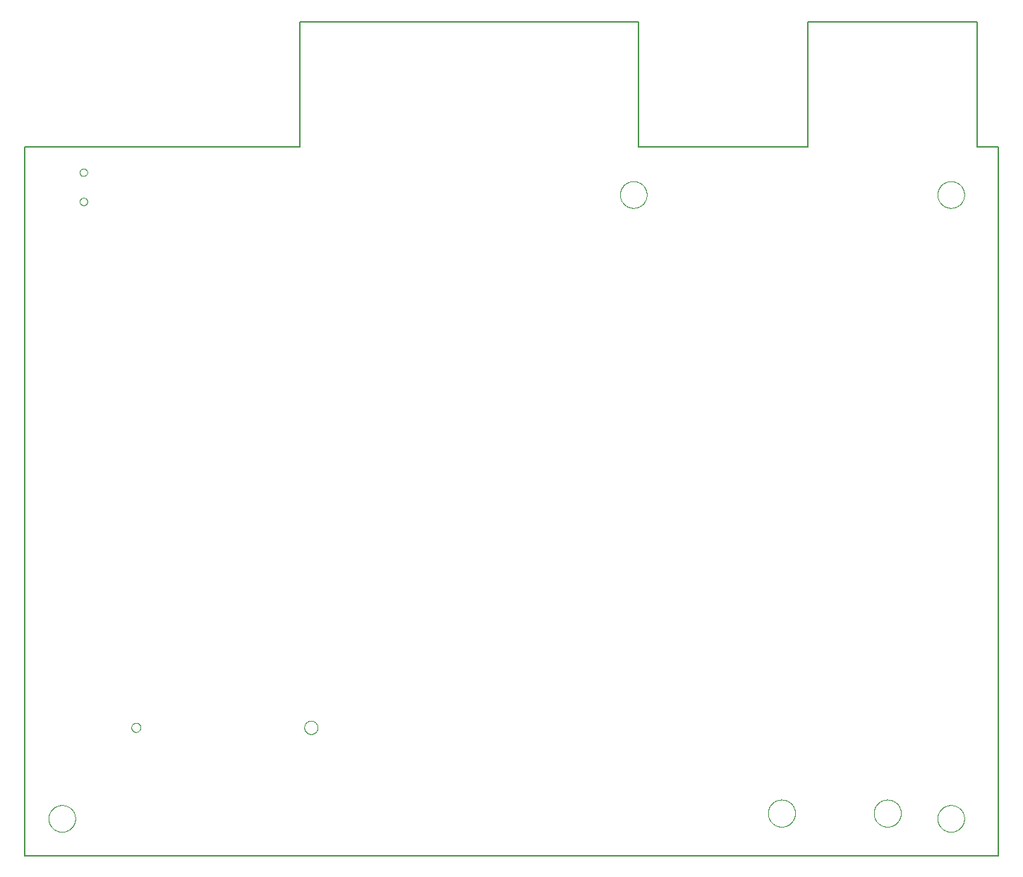
<source format=gbo>
G75*
%MOIN*%
%OFA0B0*%
%FSLAX25Y25*%
%IPPOS*%
%LPD*%
%AMOC8*
5,1,8,0,0,1.08239X$1,22.5*
%
%ADD10C,0.00500*%
%ADD11C,0.00000*%
D10*
X0005154Y0017914D02*
X0005154Y0352560D01*
X0135154Y0352560D01*
X0135154Y0411615D01*
X0295154Y0411615D01*
X0295154Y0352560D01*
X0375154Y0352560D01*
X0375154Y0411615D01*
X0455154Y0411615D01*
X0455154Y0352560D01*
X0465154Y0352560D01*
X0465154Y0017914D01*
X0005154Y0017914D01*
D11*
X0016355Y0035414D02*
X0016357Y0035572D01*
X0016363Y0035730D01*
X0016373Y0035888D01*
X0016387Y0036046D01*
X0016405Y0036203D01*
X0016426Y0036360D01*
X0016452Y0036516D01*
X0016482Y0036672D01*
X0016515Y0036827D01*
X0016553Y0036980D01*
X0016594Y0037133D01*
X0016639Y0037285D01*
X0016688Y0037436D01*
X0016741Y0037585D01*
X0016797Y0037733D01*
X0016857Y0037879D01*
X0016921Y0038024D01*
X0016989Y0038167D01*
X0017060Y0038309D01*
X0017134Y0038449D01*
X0017212Y0038586D01*
X0017294Y0038722D01*
X0017378Y0038856D01*
X0017467Y0038987D01*
X0017558Y0039116D01*
X0017653Y0039243D01*
X0017750Y0039368D01*
X0017851Y0039490D01*
X0017955Y0039609D01*
X0018062Y0039726D01*
X0018172Y0039840D01*
X0018285Y0039951D01*
X0018400Y0040060D01*
X0018518Y0040165D01*
X0018639Y0040267D01*
X0018762Y0040367D01*
X0018888Y0040463D01*
X0019016Y0040556D01*
X0019146Y0040646D01*
X0019279Y0040732D01*
X0019414Y0040816D01*
X0019550Y0040895D01*
X0019689Y0040972D01*
X0019830Y0041044D01*
X0019972Y0041114D01*
X0020116Y0041179D01*
X0020262Y0041241D01*
X0020409Y0041299D01*
X0020558Y0041354D01*
X0020708Y0041405D01*
X0020859Y0041452D01*
X0021011Y0041495D01*
X0021164Y0041534D01*
X0021319Y0041570D01*
X0021474Y0041601D01*
X0021630Y0041629D01*
X0021786Y0041653D01*
X0021943Y0041673D01*
X0022101Y0041689D01*
X0022258Y0041701D01*
X0022417Y0041709D01*
X0022575Y0041713D01*
X0022733Y0041713D01*
X0022891Y0041709D01*
X0023050Y0041701D01*
X0023207Y0041689D01*
X0023365Y0041673D01*
X0023522Y0041653D01*
X0023678Y0041629D01*
X0023834Y0041601D01*
X0023989Y0041570D01*
X0024144Y0041534D01*
X0024297Y0041495D01*
X0024449Y0041452D01*
X0024600Y0041405D01*
X0024750Y0041354D01*
X0024899Y0041299D01*
X0025046Y0041241D01*
X0025192Y0041179D01*
X0025336Y0041114D01*
X0025478Y0041044D01*
X0025619Y0040972D01*
X0025758Y0040895D01*
X0025894Y0040816D01*
X0026029Y0040732D01*
X0026162Y0040646D01*
X0026292Y0040556D01*
X0026420Y0040463D01*
X0026546Y0040367D01*
X0026669Y0040267D01*
X0026790Y0040165D01*
X0026908Y0040060D01*
X0027023Y0039951D01*
X0027136Y0039840D01*
X0027246Y0039726D01*
X0027353Y0039609D01*
X0027457Y0039490D01*
X0027558Y0039368D01*
X0027655Y0039243D01*
X0027750Y0039116D01*
X0027841Y0038987D01*
X0027930Y0038856D01*
X0028014Y0038722D01*
X0028096Y0038586D01*
X0028174Y0038449D01*
X0028248Y0038309D01*
X0028319Y0038167D01*
X0028387Y0038024D01*
X0028451Y0037879D01*
X0028511Y0037733D01*
X0028567Y0037585D01*
X0028620Y0037436D01*
X0028669Y0037285D01*
X0028714Y0037133D01*
X0028755Y0036980D01*
X0028793Y0036827D01*
X0028826Y0036672D01*
X0028856Y0036516D01*
X0028882Y0036360D01*
X0028903Y0036203D01*
X0028921Y0036046D01*
X0028935Y0035888D01*
X0028945Y0035730D01*
X0028951Y0035572D01*
X0028953Y0035414D01*
X0028951Y0035256D01*
X0028945Y0035098D01*
X0028935Y0034940D01*
X0028921Y0034782D01*
X0028903Y0034625D01*
X0028882Y0034468D01*
X0028856Y0034312D01*
X0028826Y0034156D01*
X0028793Y0034001D01*
X0028755Y0033848D01*
X0028714Y0033695D01*
X0028669Y0033543D01*
X0028620Y0033392D01*
X0028567Y0033243D01*
X0028511Y0033095D01*
X0028451Y0032949D01*
X0028387Y0032804D01*
X0028319Y0032661D01*
X0028248Y0032519D01*
X0028174Y0032379D01*
X0028096Y0032242D01*
X0028014Y0032106D01*
X0027930Y0031972D01*
X0027841Y0031841D01*
X0027750Y0031712D01*
X0027655Y0031585D01*
X0027558Y0031460D01*
X0027457Y0031338D01*
X0027353Y0031219D01*
X0027246Y0031102D01*
X0027136Y0030988D01*
X0027023Y0030877D01*
X0026908Y0030768D01*
X0026790Y0030663D01*
X0026669Y0030561D01*
X0026546Y0030461D01*
X0026420Y0030365D01*
X0026292Y0030272D01*
X0026162Y0030182D01*
X0026029Y0030096D01*
X0025894Y0030012D01*
X0025758Y0029933D01*
X0025619Y0029856D01*
X0025478Y0029784D01*
X0025336Y0029714D01*
X0025192Y0029649D01*
X0025046Y0029587D01*
X0024899Y0029529D01*
X0024750Y0029474D01*
X0024600Y0029423D01*
X0024449Y0029376D01*
X0024297Y0029333D01*
X0024144Y0029294D01*
X0023989Y0029258D01*
X0023834Y0029227D01*
X0023678Y0029199D01*
X0023522Y0029175D01*
X0023365Y0029155D01*
X0023207Y0029139D01*
X0023050Y0029127D01*
X0022891Y0029119D01*
X0022733Y0029115D01*
X0022575Y0029115D01*
X0022417Y0029119D01*
X0022258Y0029127D01*
X0022101Y0029139D01*
X0021943Y0029155D01*
X0021786Y0029175D01*
X0021630Y0029199D01*
X0021474Y0029227D01*
X0021319Y0029258D01*
X0021164Y0029294D01*
X0021011Y0029333D01*
X0020859Y0029376D01*
X0020708Y0029423D01*
X0020558Y0029474D01*
X0020409Y0029529D01*
X0020262Y0029587D01*
X0020116Y0029649D01*
X0019972Y0029714D01*
X0019830Y0029784D01*
X0019689Y0029856D01*
X0019550Y0029933D01*
X0019414Y0030012D01*
X0019279Y0030096D01*
X0019146Y0030182D01*
X0019016Y0030272D01*
X0018888Y0030365D01*
X0018762Y0030461D01*
X0018639Y0030561D01*
X0018518Y0030663D01*
X0018400Y0030768D01*
X0018285Y0030877D01*
X0018172Y0030988D01*
X0018062Y0031102D01*
X0017955Y0031219D01*
X0017851Y0031338D01*
X0017750Y0031460D01*
X0017653Y0031585D01*
X0017558Y0031712D01*
X0017467Y0031841D01*
X0017378Y0031972D01*
X0017294Y0032106D01*
X0017212Y0032242D01*
X0017134Y0032379D01*
X0017060Y0032519D01*
X0016989Y0032661D01*
X0016921Y0032804D01*
X0016857Y0032949D01*
X0016797Y0033095D01*
X0016741Y0033243D01*
X0016688Y0033392D01*
X0016639Y0033543D01*
X0016594Y0033695D01*
X0016553Y0033848D01*
X0016515Y0034001D01*
X0016482Y0034156D01*
X0016452Y0034312D01*
X0016426Y0034468D01*
X0016405Y0034625D01*
X0016387Y0034782D01*
X0016373Y0034940D01*
X0016363Y0035098D01*
X0016357Y0035256D01*
X0016355Y0035414D01*
X0055463Y0078390D02*
X0055465Y0078483D01*
X0055471Y0078575D01*
X0055481Y0078667D01*
X0055495Y0078758D01*
X0055512Y0078849D01*
X0055534Y0078939D01*
X0055559Y0079028D01*
X0055588Y0079116D01*
X0055621Y0079202D01*
X0055658Y0079287D01*
X0055698Y0079371D01*
X0055742Y0079452D01*
X0055789Y0079532D01*
X0055839Y0079610D01*
X0055893Y0079685D01*
X0055950Y0079758D01*
X0056010Y0079828D01*
X0056073Y0079896D01*
X0056139Y0079961D01*
X0056207Y0080023D01*
X0056278Y0080083D01*
X0056352Y0080139D01*
X0056428Y0080192D01*
X0056506Y0080241D01*
X0056586Y0080288D01*
X0056668Y0080330D01*
X0056752Y0080370D01*
X0056837Y0080405D01*
X0056924Y0080437D01*
X0057012Y0080466D01*
X0057101Y0080490D01*
X0057191Y0080511D01*
X0057282Y0080527D01*
X0057374Y0080540D01*
X0057466Y0080549D01*
X0057559Y0080554D01*
X0057651Y0080555D01*
X0057744Y0080552D01*
X0057836Y0080545D01*
X0057928Y0080534D01*
X0058019Y0080519D01*
X0058110Y0080501D01*
X0058200Y0080478D01*
X0058288Y0080452D01*
X0058376Y0080422D01*
X0058462Y0080388D01*
X0058546Y0080351D01*
X0058629Y0080309D01*
X0058710Y0080265D01*
X0058790Y0080217D01*
X0058867Y0080166D01*
X0058941Y0080111D01*
X0059014Y0080053D01*
X0059084Y0079993D01*
X0059151Y0079929D01*
X0059215Y0079863D01*
X0059277Y0079793D01*
X0059335Y0079722D01*
X0059390Y0079648D01*
X0059442Y0079571D01*
X0059491Y0079492D01*
X0059537Y0079412D01*
X0059579Y0079329D01*
X0059617Y0079245D01*
X0059652Y0079159D01*
X0059683Y0079072D01*
X0059710Y0078984D01*
X0059733Y0078894D01*
X0059753Y0078804D01*
X0059769Y0078713D01*
X0059781Y0078621D01*
X0059789Y0078529D01*
X0059793Y0078436D01*
X0059793Y0078344D01*
X0059789Y0078251D01*
X0059781Y0078159D01*
X0059769Y0078067D01*
X0059753Y0077976D01*
X0059733Y0077886D01*
X0059710Y0077796D01*
X0059683Y0077708D01*
X0059652Y0077621D01*
X0059617Y0077535D01*
X0059579Y0077451D01*
X0059537Y0077368D01*
X0059491Y0077288D01*
X0059442Y0077209D01*
X0059390Y0077132D01*
X0059335Y0077058D01*
X0059277Y0076987D01*
X0059215Y0076917D01*
X0059151Y0076851D01*
X0059084Y0076787D01*
X0059014Y0076727D01*
X0058941Y0076669D01*
X0058867Y0076614D01*
X0058790Y0076563D01*
X0058711Y0076515D01*
X0058629Y0076471D01*
X0058546Y0076429D01*
X0058462Y0076392D01*
X0058376Y0076358D01*
X0058288Y0076328D01*
X0058200Y0076302D01*
X0058110Y0076279D01*
X0058019Y0076261D01*
X0057928Y0076246D01*
X0057836Y0076235D01*
X0057744Y0076228D01*
X0057651Y0076225D01*
X0057559Y0076226D01*
X0057466Y0076231D01*
X0057374Y0076240D01*
X0057282Y0076253D01*
X0057191Y0076269D01*
X0057101Y0076290D01*
X0057012Y0076314D01*
X0056924Y0076343D01*
X0056837Y0076375D01*
X0056752Y0076410D01*
X0056668Y0076450D01*
X0056586Y0076492D01*
X0056506Y0076539D01*
X0056428Y0076588D01*
X0056352Y0076641D01*
X0056278Y0076697D01*
X0056207Y0076757D01*
X0056139Y0076819D01*
X0056073Y0076884D01*
X0056010Y0076952D01*
X0055950Y0077022D01*
X0055893Y0077095D01*
X0055839Y0077170D01*
X0055789Y0077248D01*
X0055742Y0077328D01*
X0055698Y0077409D01*
X0055658Y0077493D01*
X0055621Y0077578D01*
X0055588Y0077664D01*
X0055559Y0077752D01*
X0055534Y0077841D01*
X0055512Y0077931D01*
X0055495Y0078022D01*
X0055481Y0078113D01*
X0055471Y0078205D01*
X0055465Y0078297D01*
X0055463Y0078390D01*
X0137155Y0078390D02*
X0137157Y0078502D01*
X0137163Y0078613D01*
X0137173Y0078725D01*
X0137187Y0078836D01*
X0137204Y0078946D01*
X0137226Y0079056D01*
X0137252Y0079165D01*
X0137281Y0079273D01*
X0137314Y0079379D01*
X0137351Y0079485D01*
X0137392Y0079589D01*
X0137437Y0079692D01*
X0137485Y0079793D01*
X0137536Y0079892D01*
X0137591Y0079989D01*
X0137650Y0080084D01*
X0137711Y0080178D01*
X0137776Y0080269D01*
X0137845Y0080357D01*
X0137916Y0080443D01*
X0137990Y0080527D01*
X0138068Y0080607D01*
X0138148Y0080685D01*
X0138231Y0080761D01*
X0138316Y0080833D01*
X0138404Y0080902D01*
X0138494Y0080968D01*
X0138587Y0081030D01*
X0138682Y0081090D01*
X0138779Y0081146D01*
X0138877Y0081198D01*
X0138978Y0081247D01*
X0139080Y0081292D01*
X0139184Y0081334D01*
X0139289Y0081372D01*
X0139396Y0081406D01*
X0139503Y0081436D01*
X0139612Y0081463D01*
X0139721Y0081485D01*
X0139832Y0081504D01*
X0139942Y0081519D01*
X0140054Y0081530D01*
X0140165Y0081537D01*
X0140277Y0081540D01*
X0140389Y0081539D01*
X0140501Y0081534D01*
X0140612Y0081525D01*
X0140723Y0081512D01*
X0140834Y0081495D01*
X0140944Y0081475D01*
X0141053Y0081450D01*
X0141161Y0081422D01*
X0141268Y0081389D01*
X0141374Y0081353D01*
X0141478Y0081313D01*
X0141581Y0081270D01*
X0141683Y0081223D01*
X0141782Y0081172D01*
X0141880Y0081118D01*
X0141976Y0081060D01*
X0142070Y0080999D01*
X0142161Y0080935D01*
X0142250Y0080868D01*
X0142337Y0080797D01*
X0142421Y0080723D01*
X0142503Y0080647D01*
X0142581Y0080567D01*
X0142657Y0080485D01*
X0142730Y0080400D01*
X0142800Y0080313D01*
X0142866Y0080223D01*
X0142930Y0080131D01*
X0142990Y0080037D01*
X0143047Y0079941D01*
X0143100Y0079842D01*
X0143150Y0079742D01*
X0143196Y0079641D01*
X0143239Y0079537D01*
X0143278Y0079432D01*
X0143313Y0079326D01*
X0143344Y0079219D01*
X0143372Y0079110D01*
X0143395Y0079001D01*
X0143415Y0078891D01*
X0143431Y0078780D01*
X0143443Y0078669D01*
X0143451Y0078558D01*
X0143455Y0078446D01*
X0143455Y0078334D01*
X0143451Y0078222D01*
X0143443Y0078111D01*
X0143431Y0078000D01*
X0143415Y0077889D01*
X0143395Y0077779D01*
X0143372Y0077670D01*
X0143344Y0077561D01*
X0143313Y0077454D01*
X0143278Y0077348D01*
X0143239Y0077243D01*
X0143196Y0077139D01*
X0143150Y0077038D01*
X0143100Y0076938D01*
X0143047Y0076839D01*
X0142990Y0076743D01*
X0142930Y0076649D01*
X0142866Y0076557D01*
X0142800Y0076467D01*
X0142730Y0076380D01*
X0142657Y0076295D01*
X0142581Y0076213D01*
X0142503Y0076133D01*
X0142421Y0076057D01*
X0142337Y0075983D01*
X0142250Y0075912D01*
X0142161Y0075845D01*
X0142070Y0075781D01*
X0141976Y0075720D01*
X0141880Y0075662D01*
X0141782Y0075608D01*
X0141683Y0075557D01*
X0141581Y0075510D01*
X0141478Y0075467D01*
X0141374Y0075427D01*
X0141268Y0075391D01*
X0141161Y0075358D01*
X0141053Y0075330D01*
X0140944Y0075305D01*
X0140834Y0075285D01*
X0140723Y0075268D01*
X0140612Y0075255D01*
X0140501Y0075246D01*
X0140389Y0075241D01*
X0140277Y0075240D01*
X0140165Y0075243D01*
X0140054Y0075250D01*
X0139942Y0075261D01*
X0139832Y0075276D01*
X0139721Y0075295D01*
X0139612Y0075317D01*
X0139503Y0075344D01*
X0139396Y0075374D01*
X0139289Y0075408D01*
X0139184Y0075446D01*
X0139080Y0075488D01*
X0138978Y0075533D01*
X0138877Y0075582D01*
X0138779Y0075634D01*
X0138682Y0075690D01*
X0138587Y0075750D01*
X0138494Y0075812D01*
X0138404Y0075878D01*
X0138316Y0075947D01*
X0138231Y0076019D01*
X0138148Y0076095D01*
X0138068Y0076173D01*
X0137990Y0076253D01*
X0137916Y0076337D01*
X0137845Y0076423D01*
X0137776Y0076511D01*
X0137711Y0076602D01*
X0137650Y0076696D01*
X0137591Y0076791D01*
X0137536Y0076888D01*
X0137485Y0076987D01*
X0137437Y0077088D01*
X0137392Y0077191D01*
X0137351Y0077295D01*
X0137314Y0077401D01*
X0137281Y0077507D01*
X0137252Y0077615D01*
X0137226Y0077724D01*
X0137204Y0077834D01*
X0137187Y0077944D01*
X0137173Y0078055D01*
X0137163Y0078167D01*
X0137157Y0078278D01*
X0137155Y0078390D01*
X0356254Y0037914D02*
X0356256Y0038074D01*
X0356262Y0038233D01*
X0356272Y0038392D01*
X0356286Y0038551D01*
X0356304Y0038710D01*
X0356325Y0038868D01*
X0356351Y0039025D01*
X0356381Y0039182D01*
X0356414Y0039338D01*
X0356452Y0039493D01*
X0356493Y0039647D01*
X0356538Y0039800D01*
X0356587Y0039952D01*
X0356640Y0040103D01*
X0356696Y0040252D01*
X0356757Y0040400D01*
X0356820Y0040546D01*
X0356888Y0040691D01*
X0356959Y0040834D01*
X0357033Y0040975D01*
X0357111Y0041114D01*
X0357193Y0041251D01*
X0357278Y0041386D01*
X0357366Y0041519D01*
X0357458Y0041650D01*
X0357552Y0041778D01*
X0357650Y0041904D01*
X0357751Y0042028D01*
X0357855Y0042149D01*
X0357962Y0042267D01*
X0358072Y0042383D01*
X0358185Y0042496D01*
X0358301Y0042606D01*
X0358419Y0042713D01*
X0358540Y0042817D01*
X0358664Y0042918D01*
X0358790Y0043016D01*
X0358918Y0043110D01*
X0359049Y0043202D01*
X0359182Y0043290D01*
X0359317Y0043375D01*
X0359454Y0043457D01*
X0359593Y0043535D01*
X0359734Y0043609D01*
X0359877Y0043680D01*
X0360022Y0043748D01*
X0360168Y0043811D01*
X0360316Y0043872D01*
X0360465Y0043928D01*
X0360616Y0043981D01*
X0360768Y0044030D01*
X0360921Y0044075D01*
X0361075Y0044116D01*
X0361230Y0044154D01*
X0361386Y0044187D01*
X0361543Y0044217D01*
X0361700Y0044243D01*
X0361858Y0044264D01*
X0362017Y0044282D01*
X0362176Y0044296D01*
X0362335Y0044306D01*
X0362494Y0044312D01*
X0362654Y0044314D01*
X0362814Y0044312D01*
X0362973Y0044306D01*
X0363132Y0044296D01*
X0363291Y0044282D01*
X0363450Y0044264D01*
X0363608Y0044243D01*
X0363765Y0044217D01*
X0363922Y0044187D01*
X0364078Y0044154D01*
X0364233Y0044116D01*
X0364387Y0044075D01*
X0364540Y0044030D01*
X0364692Y0043981D01*
X0364843Y0043928D01*
X0364992Y0043872D01*
X0365140Y0043811D01*
X0365286Y0043748D01*
X0365431Y0043680D01*
X0365574Y0043609D01*
X0365715Y0043535D01*
X0365854Y0043457D01*
X0365991Y0043375D01*
X0366126Y0043290D01*
X0366259Y0043202D01*
X0366390Y0043110D01*
X0366518Y0043016D01*
X0366644Y0042918D01*
X0366768Y0042817D01*
X0366889Y0042713D01*
X0367007Y0042606D01*
X0367123Y0042496D01*
X0367236Y0042383D01*
X0367346Y0042267D01*
X0367453Y0042149D01*
X0367557Y0042028D01*
X0367658Y0041904D01*
X0367756Y0041778D01*
X0367850Y0041650D01*
X0367942Y0041519D01*
X0368030Y0041386D01*
X0368115Y0041251D01*
X0368197Y0041114D01*
X0368275Y0040975D01*
X0368349Y0040834D01*
X0368420Y0040691D01*
X0368488Y0040546D01*
X0368551Y0040400D01*
X0368612Y0040252D01*
X0368668Y0040103D01*
X0368721Y0039952D01*
X0368770Y0039800D01*
X0368815Y0039647D01*
X0368856Y0039493D01*
X0368894Y0039338D01*
X0368927Y0039182D01*
X0368957Y0039025D01*
X0368983Y0038868D01*
X0369004Y0038710D01*
X0369022Y0038551D01*
X0369036Y0038392D01*
X0369046Y0038233D01*
X0369052Y0038074D01*
X0369054Y0037914D01*
X0369052Y0037754D01*
X0369046Y0037595D01*
X0369036Y0037436D01*
X0369022Y0037277D01*
X0369004Y0037118D01*
X0368983Y0036960D01*
X0368957Y0036803D01*
X0368927Y0036646D01*
X0368894Y0036490D01*
X0368856Y0036335D01*
X0368815Y0036181D01*
X0368770Y0036028D01*
X0368721Y0035876D01*
X0368668Y0035725D01*
X0368612Y0035576D01*
X0368551Y0035428D01*
X0368488Y0035282D01*
X0368420Y0035137D01*
X0368349Y0034994D01*
X0368275Y0034853D01*
X0368197Y0034714D01*
X0368115Y0034577D01*
X0368030Y0034442D01*
X0367942Y0034309D01*
X0367850Y0034178D01*
X0367756Y0034050D01*
X0367658Y0033924D01*
X0367557Y0033800D01*
X0367453Y0033679D01*
X0367346Y0033561D01*
X0367236Y0033445D01*
X0367123Y0033332D01*
X0367007Y0033222D01*
X0366889Y0033115D01*
X0366768Y0033011D01*
X0366644Y0032910D01*
X0366518Y0032812D01*
X0366390Y0032718D01*
X0366259Y0032626D01*
X0366126Y0032538D01*
X0365991Y0032453D01*
X0365854Y0032371D01*
X0365715Y0032293D01*
X0365574Y0032219D01*
X0365431Y0032148D01*
X0365286Y0032080D01*
X0365140Y0032017D01*
X0364992Y0031956D01*
X0364843Y0031900D01*
X0364692Y0031847D01*
X0364540Y0031798D01*
X0364387Y0031753D01*
X0364233Y0031712D01*
X0364078Y0031674D01*
X0363922Y0031641D01*
X0363765Y0031611D01*
X0363608Y0031585D01*
X0363450Y0031564D01*
X0363291Y0031546D01*
X0363132Y0031532D01*
X0362973Y0031522D01*
X0362814Y0031516D01*
X0362654Y0031514D01*
X0362494Y0031516D01*
X0362335Y0031522D01*
X0362176Y0031532D01*
X0362017Y0031546D01*
X0361858Y0031564D01*
X0361700Y0031585D01*
X0361543Y0031611D01*
X0361386Y0031641D01*
X0361230Y0031674D01*
X0361075Y0031712D01*
X0360921Y0031753D01*
X0360768Y0031798D01*
X0360616Y0031847D01*
X0360465Y0031900D01*
X0360316Y0031956D01*
X0360168Y0032017D01*
X0360022Y0032080D01*
X0359877Y0032148D01*
X0359734Y0032219D01*
X0359593Y0032293D01*
X0359454Y0032371D01*
X0359317Y0032453D01*
X0359182Y0032538D01*
X0359049Y0032626D01*
X0358918Y0032718D01*
X0358790Y0032812D01*
X0358664Y0032910D01*
X0358540Y0033011D01*
X0358419Y0033115D01*
X0358301Y0033222D01*
X0358185Y0033332D01*
X0358072Y0033445D01*
X0357962Y0033561D01*
X0357855Y0033679D01*
X0357751Y0033800D01*
X0357650Y0033924D01*
X0357552Y0034050D01*
X0357458Y0034178D01*
X0357366Y0034309D01*
X0357278Y0034442D01*
X0357193Y0034577D01*
X0357111Y0034714D01*
X0357033Y0034853D01*
X0356959Y0034994D01*
X0356888Y0035137D01*
X0356820Y0035282D01*
X0356757Y0035428D01*
X0356696Y0035576D01*
X0356640Y0035725D01*
X0356587Y0035876D01*
X0356538Y0036028D01*
X0356493Y0036181D01*
X0356452Y0036335D01*
X0356414Y0036490D01*
X0356381Y0036646D01*
X0356351Y0036803D01*
X0356325Y0036960D01*
X0356304Y0037118D01*
X0356286Y0037277D01*
X0356272Y0037436D01*
X0356262Y0037595D01*
X0356256Y0037754D01*
X0356254Y0037914D01*
X0406254Y0037914D02*
X0406256Y0038074D01*
X0406262Y0038233D01*
X0406272Y0038392D01*
X0406286Y0038551D01*
X0406304Y0038710D01*
X0406325Y0038868D01*
X0406351Y0039025D01*
X0406381Y0039182D01*
X0406414Y0039338D01*
X0406452Y0039493D01*
X0406493Y0039647D01*
X0406538Y0039800D01*
X0406587Y0039952D01*
X0406640Y0040103D01*
X0406696Y0040252D01*
X0406757Y0040400D01*
X0406820Y0040546D01*
X0406888Y0040691D01*
X0406959Y0040834D01*
X0407033Y0040975D01*
X0407111Y0041114D01*
X0407193Y0041251D01*
X0407278Y0041386D01*
X0407366Y0041519D01*
X0407458Y0041650D01*
X0407552Y0041778D01*
X0407650Y0041904D01*
X0407751Y0042028D01*
X0407855Y0042149D01*
X0407962Y0042267D01*
X0408072Y0042383D01*
X0408185Y0042496D01*
X0408301Y0042606D01*
X0408419Y0042713D01*
X0408540Y0042817D01*
X0408664Y0042918D01*
X0408790Y0043016D01*
X0408918Y0043110D01*
X0409049Y0043202D01*
X0409182Y0043290D01*
X0409317Y0043375D01*
X0409454Y0043457D01*
X0409593Y0043535D01*
X0409734Y0043609D01*
X0409877Y0043680D01*
X0410022Y0043748D01*
X0410168Y0043811D01*
X0410316Y0043872D01*
X0410465Y0043928D01*
X0410616Y0043981D01*
X0410768Y0044030D01*
X0410921Y0044075D01*
X0411075Y0044116D01*
X0411230Y0044154D01*
X0411386Y0044187D01*
X0411543Y0044217D01*
X0411700Y0044243D01*
X0411858Y0044264D01*
X0412017Y0044282D01*
X0412176Y0044296D01*
X0412335Y0044306D01*
X0412494Y0044312D01*
X0412654Y0044314D01*
X0412814Y0044312D01*
X0412973Y0044306D01*
X0413132Y0044296D01*
X0413291Y0044282D01*
X0413450Y0044264D01*
X0413608Y0044243D01*
X0413765Y0044217D01*
X0413922Y0044187D01*
X0414078Y0044154D01*
X0414233Y0044116D01*
X0414387Y0044075D01*
X0414540Y0044030D01*
X0414692Y0043981D01*
X0414843Y0043928D01*
X0414992Y0043872D01*
X0415140Y0043811D01*
X0415286Y0043748D01*
X0415431Y0043680D01*
X0415574Y0043609D01*
X0415715Y0043535D01*
X0415854Y0043457D01*
X0415991Y0043375D01*
X0416126Y0043290D01*
X0416259Y0043202D01*
X0416390Y0043110D01*
X0416518Y0043016D01*
X0416644Y0042918D01*
X0416768Y0042817D01*
X0416889Y0042713D01*
X0417007Y0042606D01*
X0417123Y0042496D01*
X0417236Y0042383D01*
X0417346Y0042267D01*
X0417453Y0042149D01*
X0417557Y0042028D01*
X0417658Y0041904D01*
X0417756Y0041778D01*
X0417850Y0041650D01*
X0417942Y0041519D01*
X0418030Y0041386D01*
X0418115Y0041251D01*
X0418197Y0041114D01*
X0418275Y0040975D01*
X0418349Y0040834D01*
X0418420Y0040691D01*
X0418488Y0040546D01*
X0418551Y0040400D01*
X0418612Y0040252D01*
X0418668Y0040103D01*
X0418721Y0039952D01*
X0418770Y0039800D01*
X0418815Y0039647D01*
X0418856Y0039493D01*
X0418894Y0039338D01*
X0418927Y0039182D01*
X0418957Y0039025D01*
X0418983Y0038868D01*
X0419004Y0038710D01*
X0419022Y0038551D01*
X0419036Y0038392D01*
X0419046Y0038233D01*
X0419052Y0038074D01*
X0419054Y0037914D01*
X0419052Y0037754D01*
X0419046Y0037595D01*
X0419036Y0037436D01*
X0419022Y0037277D01*
X0419004Y0037118D01*
X0418983Y0036960D01*
X0418957Y0036803D01*
X0418927Y0036646D01*
X0418894Y0036490D01*
X0418856Y0036335D01*
X0418815Y0036181D01*
X0418770Y0036028D01*
X0418721Y0035876D01*
X0418668Y0035725D01*
X0418612Y0035576D01*
X0418551Y0035428D01*
X0418488Y0035282D01*
X0418420Y0035137D01*
X0418349Y0034994D01*
X0418275Y0034853D01*
X0418197Y0034714D01*
X0418115Y0034577D01*
X0418030Y0034442D01*
X0417942Y0034309D01*
X0417850Y0034178D01*
X0417756Y0034050D01*
X0417658Y0033924D01*
X0417557Y0033800D01*
X0417453Y0033679D01*
X0417346Y0033561D01*
X0417236Y0033445D01*
X0417123Y0033332D01*
X0417007Y0033222D01*
X0416889Y0033115D01*
X0416768Y0033011D01*
X0416644Y0032910D01*
X0416518Y0032812D01*
X0416390Y0032718D01*
X0416259Y0032626D01*
X0416126Y0032538D01*
X0415991Y0032453D01*
X0415854Y0032371D01*
X0415715Y0032293D01*
X0415574Y0032219D01*
X0415431Y0032148D01*
X0415286Y0032080D01*
X0415140Y0032017D01*
X0414992Y0031956D01*
X0414843Y0031900D01*
X0414692Y0031847D01*
X0414540Y0031798D01*
X0414387Y0031753D01*
X0414233Y0031712D01*
X0414078Y0031674D01*
X0413922Y0031641D01*
X0413765Y0031611D01*
X0413608Y0031585D01*
X0413450Y0031564D01*
X0413291Y0031546D01*
X0413132Y0031532D01*
X0412973Y0031522D01*
X0412814Y0031516D01*
X0412654Y0031514D01*
X0412494Y0031516D01*
X0412335Y0031522D01*
X0412176Y0031532D01*
X0412017Y0031546D01*
X0411858Y0031564D01*
X0411700Y0031585D01*
X0411543Y0031611D01*
X0411386Y0031641D01*
X0411230Y0031674D01*
X0411075Y0031712D01*
X0410921Y0031753D01*
X0410768Y0031798D01*
X0410616Y0031847D01*
X0410465Y0031900D01*
X0410316Y0031956D01*
X0410168Y0032017D01*
X0410022Y0032080D01*
X0409877Y0032148D01*
X0409734Y0032219D01*
X0409593Y0032293D01*
X0409454Y0032371D01*
X0409317Y0032453D01*
X0409182Y0032538D01*
X0409049Y0032626D01*
X0408918Y0032718D01*
X0408790Y0032812D01*
X0408664Y0032910D01*
X0408540Y0033011D01*
X0408419Y0033115D01*
X0408301Y0033222D01*
X0408185Y0033332D01*
X0408072Y0033445D01*
X0407962Y0033561D01*
X0407855Y0033679D01*
X0407751Y0033800D01*
X0407650Y0033924D01*
X0407552Y0034050D01*
X0407458Y0034178D01*
X0407366Y0034309D01*
X0407278Y0034442D01*
X0407193Y0034577D01*
X0407111Y0034714D01*
X0407033Y0034853D01*
X0406959Y0034994D01*
X0406888Y0035137D01*
X0406820Y0035282D01*
X0406757Y0035428D01*
X0406696Y0035576D01*
X0406640Y0035725D01*
X0406587Y0035876D01*
X0406538Y0036028D01*
X0406493Y0036181D01*
X0406452Y0036335D01*
X0406414Y0036490D01*
X0406381Y0036646D01*
X0406351Y0036803D01*
X0406325Y0036960D01*
X0406304Y0037118D01*
X0406286Y0037277D01*
X0406272Y0037436D01*
X0406262Y0037595D01*
X0406256Y0037754D01*
X0406254Y0037914D01*
X0436355Y0035414D02*
X0436357Y0035572D01*
X0436363Y0035730D01*
X0436373Y0035888D01*
X0436387Y0036046D01*
X0436405Y0036203D01*
X0436426Y0036360D01*
X0436452Y0036516D01*
X0436482Y0036672D01*
X0436515Y0036827D01*
X0436553Y0036980D01*
X0436594Y0037133D01*
X0436639Y0037285D01*
X0436688Y0037436D01*
X0436741Y0037585D01*
X0436797Y0037733D01*
X0436857Y0037879D01*
X0436921Y0038024D01*
X0436989Y0038167D01*
X0437060Y0038309D01*
X0437134Y0038449D01*
X0437212Y0038586D01*
X0437294Y0038722D01*
X0437378Y0038856D01*
X0437467Y0038987D01*
X0437558Y0039116D01*
X0437653Y0039243D01*
X0437750Y0039368D01*
X0437851Y0039490D01*
X0437955Y0039609D01*
X0438062Y0039726D01*
X0438172Y0039840D01*
X0438285Y0039951D01*
X0438400Y0040060D01*
X0438518Y0040165D01*
X0438639Y0040267D01*
X0438762Y0040367D01*
X0438888Y0040463D01*
X0439016Y0040556D01*
X0439146Y0040646D01*
X0439279Y0040732D01*
X0439414Y0040816D01*
X0439550Y0040895D01*
X0439689Y0040972D01*
X0439830Y0041044D01*
X0439972Y0041114D01*
X0440116Y0041179D01*
X0440262Y0041241D01*
X0440409Y0041299D01*
X0440558Y0041354D01*
X0440708Y0041405D01*
X0440859Y0041452D01*
X0441011Y0041495D01*
X0441164Y0041534D01*
X0441319Y0041570D01*
X0441474Y0041601D01*
X0441630Y0041629D01*
X0441786Y0041653D01*
X0441943Y0041673D01*
X0442101Y0041689D01*
X0442258Y0041701D01*
X0442417Y0041709D01*
X0442575Y0041713D01*
X0442733Y0041713D01*
X0442891Y0041709D01*
X0443050Y0041701D01*
X0443207Y0041689D01*
X0443365Y0041673D01*
X0443522Y0041653D01*
X0443678Y0041629D01*
X0443834Y0041601D01*
X0443989Y0041570D01*
X0444144Y0041534D01*
X0444297Y0041495D01*
X0444449Y0041452D01*
X0444600Y0041405D01*
X0444750Y0041354D01*
X0444899Y0041299D01*
X0445046Y0041241D01*
X0445192Y0041179D01*
X0445336Y0041114D01*
X0445478Y0041044D01*
X0445619Y0040972D01*
X0445758Y0040895D01*
X0445894Y0040816D01*
X0446029Y0040732D01*
X0446162Y0040646D01*
X0446292Y0040556D01*
X0446420Y0040463D01*
X0446546Y0040367D01*
X0446669Y0040267D01*
X0446790Y0040165D01*
X0446908Y0040060D01*
X0447023Y0039951D01*
X0447136Y0039840D01*
X0447246Y0039726D01*
X0447353Y0039609D01*
X0447457Y0039490D01*
X0447558Y0039368D01*
X0447655Y0039243D01*
X0447750Y0039116D01*
X0447841Y0038987D01*
X0447930Y0038856D01*
X0448014Y0038722D01*
X0448096Y0038586D01*
X0448174Y0038449D01*
X0448248Y0038309D01*
X0448319Y0038167D01*
X0448387Y0038024D01*
X0448451Y0037879D01*
X0448511Y0037733D01*
X0448567Y0037585D01*
X0448620Y0037436D01*
X0448669Y0037285D01*
X0448714Y0037133D01*
X0448755Y0036980D01*
X0448793Y0036827D01*
X0448826Y0036672D01*
X0448856Y0036516D01*
X0448882Y0036360D01*
X0448903Y0036203D01*
X0448921Y0036046D01*
X0448935Y0035888D01*
X0448945Y0035730D01*
X0448951Y0035572D01*
X0448953Y0035414D01*
X0448951Y0035256D01*
X0448945Y0035098D01*
X0448935Y0034940D01*
X0448921Y0034782D01*
X0448903Y0034625D01*
X0448882Y0034468D01*
X0448856Y0034312D01*
X0448826Y0034156D01*
X0448793Y0034001D01*
X0448755Y0033848D01*
X0448714Y0033695D01*
X0448669Y0033543D01*
X0448620Y0033392D01*
X0448567Y0033243D01*
X0448511Y0033095D01*
X0448451Y0032949D01*
X0448387Y0032804D01*
X0448319Y0032661D01*
X0448248Y0032519D01*
X0448174Y0032379D01*
X0448096Y0032242D01*
X0448014Y0032106D01*
X0447930Y0031972D01*
X0447841Y0031841D01*
X0447750Y0031712D01*
X0447655Y0031585D01*
X0447558Y0031460D01*
X0447457Y0031338D01*
X0447353Y0031219D01*
X0447246Y0031102D01*
X0447136Y0030988D01*
X0447023Y0030877D01*
X0446908Y0030768D01*
X0446790Y0030663D01*
X0446669Y0030561D01*
X0446546Y0030461D01*
X0446420Y0030365D01*
X0446292Y0030272D01*
X0446162Y0030182D01*
X0446029Y0030096D01*
X0445894Y0030012D01*
X0445758Y0029933D01*
X0445619Y0029856D01*
X0445478Y0029784D01*
X0445336Y0029714D01*
X0445192Y0029649D01*
X0445046Y0029587D01*
X0444899Y0029529D01*
X0444750Y0029474D01*
X0444600Y0029423D01*
X0444449Y0029376D01*
X0444297Y0029333D01*
X0444144Y0029294D01*
X0443989Y0029258D01*
X0443834Y0029227D01*
X0443678Y0029199D01*
X0443522Y0029175D01*
X0443365Y0029155D01*
X0443207Y0029139D01*
X0443050Y0029127D01*
X0442891Y0029119D01*
X0442733Y0029115D01*
X0442575Y0029115D01*
X0442417Y0029119D01*
X0442258Y0029127D01*
X0442101Y0029139D01*
X0441943Y0029155D01*
X0441786Y0029175D01*
X0441630Y0029199D01*
X0441474Y0029227D01*
X0441319Y0029258D01*
X0441164Y0029294D01*
X0441011Y0029333D01*
X0440859Y0029376D01*
X0440708Y0029423D01*
X0440558Y0029474D01*
X0440409Y0029529D01*
X0440262Y0029587D01*
X0440116Y0029649D01*
X0439972Y0029714D01*
X0439830Y0029784D01*
X0439689Y0029856D01*
X0439550Y0029933D01*
X0439414Y0030012D01*
X0439279Y0030096D01*
X0439146Y0030182D01*
X0439016Y0030272D01*
X0438888Y0030365D01*
X0438762Y0030461D01*
X0438639Y0030561D01*
X0438518Y0030663D01*
X0438400Y0030768D01*
X0438285Y0030877D01*
X0438172Y0030988D01*
X0438062Y0031102D01*
X0437955Y0031219D01*
X0437851Y0031338D01*
X0437750Y0031460D01*
X0437653Y0031585D01*
X0437558Y0031712D01*
X0437467Y0031841D01*
X0437378Y0031972D01*
X0437294Y0032106D01*
X0437212Y0032242D01*
X0437134Y0032379D01*
X0437060Y0032519D01*
X0436989Y0032661D01*
X0436921Y0032804D01*
X0436857Y0032949D01*
X0436797Y0033095D01*
X0436741Y0033243D01*
X0436688Y0033392D01*
X0436639Y0033543D01*
X0436594Y0033695D01*
X0436553Y0033848D01*
X0436515Y0034001D01*
X0436482Y0034156D01*
X0436452Y0034312D01*
X0436426Y0034468D01*
X0436405Y0034625D01*
X0436387Y0034782D01*
X0436373Y0034940D01*
X0436363Y0035098D01*
X0436357Y0035256D01*
X0436355Y0035414D01*
X0436355Y0329914D02*
X0436357Y0330072D01*
X0436363Y0330230D01*
X0436373Y0330388D01*
X0436387Y0330546D01*
X0436405Y0330703D01*
X0436426Y0330860D01*
X0436452Y0331016D01*
X0436482Y0331172D01*
X0436515Y0331327D01*
X0436553Y0331480D01*
X0436594Y0331633D01*
X0436639Y0331785D01*
X0436688Y0331936D01*
X0436741Y0332085D01*
X0436797Y0332233D01*
X0436857Y0332379D01*
X0436921Y0332524D01*
X0436989Y0332667D01*
X0437060Y0332809D01*
X0437134Y0332949D01*
X0437212Y0333086D01*
X0437294Y0333222D01*
X0437378Y0333356D01*
X0437467Y0333487D01*
X0437558Y0333616D01*
X0437653Y0333743D01*
X0437750Y0333868D01*
X0437851Y0333990D01*
X0437955Y0334109D01*
X0438062Y0334226D01*
X0438172Y0334340D01*
X0438285Y0334451D01*
X0438400Y0334560D01*
X0438518Y0334665D01*
X0438639Y0334767D01*
X0438762Y0334867D01*
X0438888Y0334963D01*
X0439016Y0335056D01*
X0439146Y0335146D01*
X0439279Y0335232D01*
X0439414Y0335316D01*
X0439550Y0335395D01*
X0439689Y0335472D01*
X0439830Y0335544D01*
X0439972Y0335614D01*
X0440116Y0335679D01*
X0440262Y0335741D01*
X0440409Y0335799D01*
X0440558Y0335854D01*
X0440708Y0335905D01*
X0440859Y0335952D01*
X0441011Y0335995D01*
X0441164Y0336034D01*
X0441319Y0336070D01*
X0441474Y0336101D01*
X0441630Y0336129D01*
X0441786Y0336153D01*
X0441943Y0336173D01*
X0442101Y0336189D01*
X0442258Y0336201D01*
X0442417Y0336209D01*
X0442575Y0336213D01*
X0442733Y0336213D01*
X0442891Y0336209D01*
X0443050Y0336201D01*
X0443207Y0336189D01*
X0443365Y0336173D01*
X0443522Y0336153D01*
X0443678Y0336129D01*
X0443834Y0336101D01*
X0443989Y0336070D01*
X0444144Y0336034D01*
X0444297Y0335995D01*
X0444449Y0335952D01*
X0444600Y0335905D01*
X0444750Y0335854D01*
X0444899Y0335799D01*
X0445046Y0335741D01*
X0445192Y0335679D01*
X0445336Y0335614D01*
X0445478Y0335544D01*
X0445619Y0335472D01*
X0445758Y0335395D01*
X0445894Y0335316D01*
X0446029Y0335232D01*
X0446162Y0335146D01*
X0446292Y0335056D01*
X0446420Y0334963D01*
X0446546Y0334867D01*
X0446669Y0334767D01*
X0446790Y0334665D01*
X0446908Y0334560D01*
X0447023Y0334451D01*
X0447136Y0334340D01*
X0447246Y0334226D01*
X0447353Y0334109D01*
X0447457Y0333990D01*
X0447558Y0333868D01*
X0447655Y0333743D01*
X0447750Y0333616D01*
X0447841Y0333487D01*
X0447930Y0333356D01*
X0448014Y0333222D01*
X0448096Y0333086D01*
X0448174Y0332949D01*
X0448248Y0332809D01*
X0448319Y0332667D01*
X0448387Y0332524D01*
X0448451Y0332379D01*
X0448511Y0332233D01*
X0448567Y0332085D01*
X0448620Y0331936D01*
X0448669Y0331785D01*
X0448714Y0331633D01*
X0448755Y0331480D01*
X0448793Y0331327D01*
X0448826Y0331172D01*
X0448856Y0331016D01*
X0448882Y0330860D01*
X0448903Y0330703D01*
X0448921Y0330546D01*
X0448935Y0330388D01*
X0448945Y0330230D01*
X0448951Y0330072D01*
X0448953Y0329914D01*
X0448951Y0329756D01*
X0448945Y0329598D01*
X0448935Y0329440D01*
X0448921Y0329282D01*
X0448903Y0329125D01*
X0448882Y0328968D01*
X0448856Y0328812D01*
X0448826Y0328656D01*
X0448793Y0328501D01*
X0448755Y0328348D01*
X0448714Y0328195D01*
X0448669Y0328043D01*
X0448620Y0327892D01*
X0448567Y0327743D01*
X0448511Y0327595D01*
X0448451Y0327449D01*
X0448387Y0327304D01*
X0448319Y0327161D01*
X0448248Y0327019D01*
X0448174Y0326879D01*
X0448096Y0326742D01*
X0448014Y0326606D01*
X0447930Y0326472D01*
X0447841Y0326341D01*
X0447750Y0326212D01*
X0447655Y0326085D01*
X0447558Y0325960D01*
X0447457Y0325838D01*
X0447353Y0325719D01*
X0447246Y0325602D01*
X0447136Y0325488D01*
X0447023Y0325377D01*
X0446908Y0325268D01*
X0446790Y0325163D01*
X0446669Y0325061D01*
X0446546Y0324961D01*
X0446420Y0324865D01*
X0446292Y0324772D01*
X0446162Y0324682D01*
X0446029Y0324596D01*
X0445894Y0324512D01*
X0445758Y0324433D01*
X0445619Y0324356D01*
X0445478Y0324284D01*
X0445336Y0324214D01*
X0445192Y0324149D01*
X0445046Y0324087D01*
X0444899Y0324029D01*
X0444750Y0323974D01*
X0444600Y0323923D01*
X0444449Y0323876D01*
X0444297Y0323833D01*
X0444144Y0323794D01*
X0443989Y0323758D01*
X0443834Y0323727D01*
X0443678Y0323699D01*
X0443522Y0323675D01*
X0443365Y0323655D01*
X0443207Y0323639D01*
X0443050Y0323627D01*
X0442891Y0323619D01*
X0442733Y0323615D01*
X0442575Y0323615D01*
X0442417Y0323619D01*
X0442258Y0323627D01*
X0442101Y0323639D01*
X0441943Y0323655D01*
X0441786Y0323675D01*
X0441630Y0323699D01*
X0441474Y0323727D01*
X0441319Y0323758D01*
X0441164Y0323794D01*
X0441011Y0323833D01*
X0440859Y0323876D01*
X0440708Y0323923D01*
X0440558Y0323974D01*
X0440409Y0324029D01*
X0440262Y0324087D01*
X0440116Y0324149D01*
X0439972Y0324214D01*
X0439830Y0324284D01*
X0439689Y0324356D01*
X0439550Y0324433D01*
X0439414Y0324512D01*
X0439279Y0324596D01*
X0439146Y0324682D01*
X0439016Y0324772D01*
X0438888Y0324865D01*
X0438762Y0324961D01*
X0438639Y0325061D01*
X0438518Y0325163D01*
X0438400Y0325268D01*
X0438285Y0325377D01*
X0438172Y0325488D01*
X0438062Y0325602D01*
X0437955Y0325719D01*
X0437851Y0325838D01*
X0437750Y0325960D01*
X0437653Y0326085D01*
X0437558Y0326212D01*
X0437467Y0326341D01*
X0437378Y0326472D01*
X0437294Y0326606D01*
X0437212Y0326742D01*
X0437134Y0326879D01*
X0437060Y0327019D01*
X0436989Y0327161D01*
X0436921Y0327304D01*
X0436857Y0327449D01*
X0436797Y0327595D01*
X0436741Y0327743D01*
X0436688Y0327892D01*
X0436639Y0328043D01*
X0436594Y0328195D01*
X0436553Y0328348D01*
X0436515Y0328501D01*
X0436482Y0328656D01*
X0436452Y0328812D01*
X0436426Y0328968D01*
X0436405Y0329125D01*
X0436387Y0329282D01*
X0436373Y0329440D01*
X0436363Y0329598D01*
X0436357Y0329756D01*
X0436355Y0329914D01*
X0286355Y0329914D02*
X0286357Y0330072D01*
X0286363Y0330230D01*
X0286373Y0330388D01*
X0286387Y0330546D01*
X0286405Y0330703D01*
X0286426Y0330860D01*
X0286452Y0331016D01*
X0286482Y0331172D01*
X0286515Y0331327D01*
X0286553Y0331480D01*
X0286594Y0331633D01*
X0286639Y0331785D01*
X0286688Y0331936D01*
X0286741Y0332085D01*
X0286797Y0332233D01*
X0286857Y0332379D01*
X0286921Y0332524D01*
X0286989Y0332667D01*
X0287060Y0332809D01*
X0287134Y0332949D01*
X0287212Y0333086D01*
X0287294Y0333222D01*
X0287378Y0333356D01*
X0287467Y0333487D01*
X0287558Y0333616D01*
X0287653Y0333743D01*
X0287750Y0333868D01*
X0287851Y0333990D01*
X0287955Y0334109D01*
X0288062Y0334226D01*
X0288172Y0334340D01*
X0288285Y0334451D01*
X0288400Y0334560D01*
X0288518Y0334665D01*
X0288639Y0334767D01*
X0288762Y0334867D01*
X0288888Y0334963D01*
X0289016Y0335056D01*
X0289146Y0335146D01*
X0289279Y0335232D01*
X0289414Y0335316D01*
X0289550Y0335395D01*
X0289689Y0335472D01*
X0289830Y0335544D01*
X0289972Y0335614D01*
X0290116Y0335679D01*
X0290262Y0335741D01*
X0290409Y0335799D01*
X0290558Y0335854D01*
X0290708Y0335905D01*
X0290859Y0335952D01*
X0291011Y0335995D01*
X0291164Y0336034D01*
X0291319Y0336070D01*
X0291474Y0336101D01*
X0291630Y0336129D01*
X0291786Y0336153D01*
X0291943Y0336173D01*
X0292101Y0336189D01*
X0292258Y0336201D01*
X0292417Y0336209D01*
X0292575Y0336213D01*
X0292733Y0336213D01*
X0292891Y0336209D01*
X0293050Y0336201D01*
X0293207Y0336189D01*
X0293365Y0336173D01*
X0293522Y0336153D01*
X0293678Y0336129D01*
X0293834Y0336101D01*
X0293989Y0336070D01*
X0294144Y0336034D01*
X0294297Y0335995D01*
X0294449Y0335952D01*
X0294600Y0335905D01*
X0294750Y0335854D01*
X0294899Y0335799D01*
X0295046Y0335741D01*
X0295192Y0335679D01*
X0295336Y0335614D01*
X0295478Y0335544D01*
X0295619Y0335472D01*
X0295758Y0335395D01*
X0295894Y0335316D01*
X0296029Y0335232D01*
X0296162Y0335146D01*
X0296292Y0335056D01*
X0296420Y0334963D01*
X0296546Y0334867D01*
X0296669Y0334767D01*
X0296790Y0334665D01*
X0296908Y0334560D01*
X0297023Y0334451D01*
X0297136Y0334340D01*
X0297246Y0334226D01*
X0297353Y0334109D01*
X0297457Y0333990D01*
X0297558Y0333868D01*
X0297655Y0333743D01*
X0297750Y0333616D01*
X0297841Y0333487D01*
X0297930Y0333356D01*
X0298014Y0333222D01*
X0298096Y0333086D01*
X0298174Y0332949D01*
X0298248Y0332809D01*
X0298319Y0332667D01*
X0298387Y0332524D01*
X0298451Y0332379D01*
X0298511Y0332233D01*
X0298567Y0332085D01*
X0298620Y0331936D01*
X0298669Y0331785D01*
X0298714Y0331633D01*
X0298755Y0331480D01*
X0298793Y0331327D01*
X0298826Y0331172D01*
X0298856Y0331016D01*
X0298882Y0330860D01*
X0298903Y0330703D01*
X0298921Y0330546D01*
X0298935Y0330388D01*
X0298945Y0330230D01*
X0298951Y0330072D01*
X0298953Y0329914D01*
X0298951Y0329756D01*
X0298945Y0329598D01*
X0298935Y0329440D01*
X0298921Y0329282D01*
X0298903Y0329125D01*
X0298882Y0328968D01*
X0298856Y0328812D01*
X0298826Y0328656D01*
X0298793Y0328501D01*
X0298755Y0328348D01*
X0298714Y0328195D01*
X0298669Y0328043D01*
X0298620Y0327892D01*
X0298567Y0327743D01*
X0298511Y0327595D01*
X0298451Y0327449D01*
X0298387Y0327304D01*
X0298319Y0327161D01*
X0298248Y0327019D01*
X0298174Y0326879D01*
X0298096Y0326742D01*
X0298014Y0326606D01*
X0297930Y0326472D01*
X0297841Y0326341D01*
X0297750Y0326212D01*
X0297655Y0326085D01*
X0297558Y0325960D01*
X0297457Y0325838D01*
X0297353Y0325719D01*
X0297246Y0325602D01*
X0297136Y0325488D01*
X0297023Y0325377D01*
X0296908Y0325268D01*
X0296790Y0325163D01*
X0296669Y0325061D01*
X0296546Y0324961D01*
X0296420Y0324865D01*
X0296292Y0324772D01*
X0296162Y0324682D01*
X0296029Y0324596D01*
X0295894Y0324512D01*
X0295758Y0324433D01*
X0295619Y0324356D01*
X0295478Y0324284D01*
X0295336Y0324214D01*
X0295192Y0324149D01*
X0295046Y0324087D01*
X0294899Y0324029D01*
X0294750Y0323974D01*
X0294600Y0323923D01*
X0294449Y0323876D01*
X0294297Y0323833D01*
X0294144Y0323794D01*
X0293989Y0323758D01*
X0293834Y0323727D01*
X0293678Y0323699D01*
X0293522Y0323675D01*
X0293365Y0323655D01*
X0293207Y0323639D01*
X0293050Y0323627D01*
X0292891Y0323619D01*
X0292733Y0323615D01*
X0292575Y0323615D01*
X0292417Y0323619D01*
X0292258Y0323627D01*
X0292101Y0323639D01*
X0291943Y0323655D01*
X0291786Y0323675D01*
X0291630Y0323699D01*
X0291474Y0323727D01*
X0291319Y0323758D01*
X0291164Y0323794D01*
X0291011Y0323833D01*
X0290859Y0323876D01*
X0290708Y0323923D01*
X0290558Y0323974D01*
X0290409Y0324029D01*
X0290262Y0324087D01*
X0290116Y0324149D01*
X0289972Y0324214D01*
X0289830Y0324284D01*
X0289689Y0324356D01*
X0289550Y0324433D01*
X0289414Y0324512D01*
X0289279Y0324596D01*
X0289146Y0324682D01*
X0289016Y0324772D01*
X0288888Y0324865D01*
X0288762Y0324961D01*
X0288639Y0325061D01*
X0288518Y0325163D01*
X0288400Y0325268D01*
X0288285Y0325377D01*
X0288172Y0325488D01*
X0288062Y0325602D01*
X0287955Y0325719D01*
X0287851Y0325838D01*
X0287750Y0325960D01*
X0287653Y0326085D01*
X0287558Y0326212D01*
X0287467Y0326341D01*
X0287378Y0326472D01*
X0287294Y0326606D01*
X0287212Y0326742D01*
X0287134Y0326879D01*
X0287060Y0327019D01*
X0286989Y0327161D01*
X0286921Y0327304D01*
X0286857Y0327449D01*
X0286797Y0327595D01*
X0286741Y0327743D01*
X0286688Y0327892D01*
X0286639Y0328043D01*
X0286594Y0328195D01*
X0286553Y0328348D01*
X0286515Y0328501D01*
X0286482Y0328656D01*
X0286452Y0328812D01*
X0286426Y0328968D01*
X0286405Y0329125D01*
X0286387Y0329282D01*
X0286373Y0329440D01*
X0286363Y0329598D01*
X0286357Y0329756D01*
X0286355Y0329914D01*
X0031079Y0326662D02*
X0031081Y0326746D01*
X0031087Y0326829D01*
X0031097Y0326912D01*
X0031111Y0326995D01*
X0031128Y0327077D01*
X0031150Y0327158D01*
X0031175Y0327237D01*
X0031204Y0327316D01*
X0031237Y0327393D01*
X0031273Y0327468D01*
X0031313Y0327542D01*
X0031356Y0327614D01*
X0031403Y0327683D01*
X0031453Y0327750D01*
X0031506Y0327815D01*
X0031562Y0327877D01*
X0031620Y0327937D01*
X0031682Y0327994D01*
X0031746Y0328047D01*
X0031813Y0328098D01*
X0031882Y0328145D01*
X0031953Y0328190D01*
X0032026Y0328230D01*
X0032101Y0328267D01*
X0032178Y0328301D01*
X0032256Y0328331D01*
X0032335Y0328357D01*
X0032416Y0328380D01*
X0032498Y0328398D01*
X0032580Y0328413D01*
X0032663Y0328424D01*
X0032746Y0328431D01*
X0032830Y0328434D01*
X0032914Y0328433D01*
X0032997Y0328428D01*
X0033081Y0328419D01*
X0033163Y0328406D01*
X0033245Y0328390D01*
X0033326Y0328369D01*
X0033407Y0328345D01*
X0033485Y0328317D01*
X0033563Y0328285D01*
X0033639Y0328249D01*
X0033713Y0328210D01*
X0033785Y0328168D01*
X0033855Y0328122D01*
X0033923Y0328073D01*
X0033988Y0328021D01*
X0034051Y0327966D01*
X0034111Y0327908D01*
X0034169Y0327847D01*
X0034223Y0327783D01*
X0034275Y0327717D01*
X0034323Y0327649D01*
X0034368Y0327578D01*
X0034409Y0327505D01*
X0034448Y0327431D01*
X0034482Y0327355D01*
X0034513Y0327277D01*
X0034540Y0327198D01*
X0034564Y0327117D01*
X0034583Y0327036D01*
X0034599Y0326954D01*
X0034611Y0326871D01*
X0034619Y0326787D01*
X0034623Y0326704D01*
X0034623Y0326620D01*
X0034619Y0326537D01*
X0034611Y0326453D01*
X0034599Y0326370D01*
X0034583Y0326288D01*
X0034564Y0326207D01*
X0034540Y0326126D01*
X0034513Y0326047D01*
X0034482Y0325969D01*
X0034448Y0325893D01*
X0034409Y0325819D01*
X0034368Y0325746D01*
X0034323Y0325675D01*
X0034275Y0325607D01*
X0034223Y0325541D01*
X0034169Y0325477D01*
X0034111Y0325416D01*
X0034051Y0325358D01*
X0033988Y0325303D01*
X0033923Y0325251D01*
X0033855Y0325202D01*
X0033785Y0325156D01*
X0033713Y0325114D01*
X0033639Y0325075D01*
X0033563Y0325039D01*
X0033485Y0325007D01*
X0033407Y0324979D01*
X0033326Y0324955D01*
X0033245Y0324934D01*
X0033163Y0324918D01*
X0033081Y0324905D01*
X0032997Y0324896D01*
X0032914Y0324891D01*
X0032830Y0324890D01*
X0032746Y0324893D01*
X0032663Y0324900D01*
X0032580Y0324911D01*
X0032498Y0324926D01*
X0032416Y0324944D01*
X0032335Y0324967D01*
X0032256Y0324993D01*
X0032178Y0325023D01*
X0032101Y0325057D01*
X0032026Y0325094D01*
X0031953Y0325134D01*
X0031882Y0325179D01*
X0031813Y0325226D01*
X0031746Y0325277D01*
X0031682Y0325330D01*
X0031620Y0325387D01*
X0031562Y0325447D01*
X0031506Y0325509D01*
X0031453Y0325574D01*
X0031403Y0325641D01*
X0031356Y0325710D01*
X0031313Y0325782D01*
X0031273Y0325856D01*
X0031237Y0325931D01*
X0031204Y0326008D01*
X0031175Y0326087D01*
X0031150Y0326166D01*
X0031128Y0326247D01*
X0031111Y0326329D01*
X0031097Y0326412D01*
X0031087Y0326495D01*
X0031081Y0326578D01*
X0031079Y0326662D01*
X0031079Y0340442D02*
X0031081Y0340526D01*
X0031087Y0340609D01*
X0031097Y0340692D01*
X0031111Y0340775D01*
X0031128Y0340857D01*
X0031150Y0340938D01*
X0031175Y0341017D01*
X0031204Y0341096D01*
X0031237Y0341173D01*
X0031273Y0341248D01*
X0031313Y0341322D01*
X0031356Y0341394D01*
X0031403Y0341463D01*
X0031453Y0341530D01*
X0031506Y0341595D01*
X0031562Y0341657D01*
X0031620Y0341717D01*
X0031682Y0341774D01*
X0031746Y0341827D01*
X0031813Y0341878D01*
X0031882Y0341925D01*
X0031953Y0341970D01*
X0032026Y0342010D01*
X0032101Y0342047D01*
X0032178Y0342081D01*
X0032256Y0342111D01*
X0032335Y0342137D01*
X0032416Y0342160D01*
X0032498Y0342178D01*
X0032580Y0342193D01*
X0032663Y0342204D01*
X0032746Y0342211D01*
X0032830Y0342214D01*
X0032914Y0342213D01*
X0032997Y0342208D01*
X0033081Y0342199D01*
X0033163Y0342186D01*
X0033245Y0342170D01*
X0033326Y0342149D01*
X0033407Y0342125D01*
X0033485Y0342097D01*
X0033563Y0342065D01*
X0033639Y0342029D01*
X0033713Y0341990D01*
X0033785Y0341948D01*
X0033855Y0341902D01*
X0033923Y0341853D01*
X0033988Y0341801D01*
X0034051Y0341746D01*
X0034111Y0341688D01*
X0034169Y0341627D01*
X0034223Y0341563D01*
X0034275Y0341497D01*
X0034323Y0341429D01*
X0034368Y0341358D01*
X0034409Y0341285D01*
X0034448Y0341211D01*
X0034482Y0341135D01*
X0034513Y0341057D01*
X0034540Y0340978D01*
X0034564Y0340897D01*
X0034583Y0340816D01*
X0034599Y0340734D01*
X0034611Y0340651D01*
X0034619Y0340567D01*
X0034623Y0340484D01*
X0034623Y0340400D01*
X0034619Y0340317D01*
X0034611Y0340233D01*
X0034599Y0340150D01*
X0034583Y0340068D01*
X0034564Y0339987D01*
X0034540Y0339906D01*
X0034513Y0339827D01*
X0034482Y0339749D01*
X0034448Y0339673D01*
X0034409Y0339599D01*
X0034368Y0339526D01*
X0034323Y0339455D01*
X0034275Y0339387D01*
X0034223Y0339321D01*
X0034169Y0339257D01*
X0034111Y0339196D01*
X0034051Y0339138D01*
X0033988Y0339083D01*
X0033923Y0339031D01*
X0033855Y0338982D01*
X0033785Y0338936D01*
X0033713Y0338894D01*
X0033639Y0338855D01*
X0033563Y0338819D01*
X0033485Y0338787D01*
X0033407Y0338759D01*
X0033326Y0338735D01*
X0033245Y0338714D01*
X0033163Y0338698D01*
X0033081Y0338685D01*
X0032997Y0338676D01*
X0032914Y0338671D01*
X0032830Y0338670D01*
X0032746Y0338673D01*
X0032663Y0338680D01*
X0032580Y0338691D01*
X0032498Y0338706D01*
X0032416Y0338724D01*
X0032335Y0338747D01*
X0032256Y0338773D01*
X0032178Y0338803D01*
X0032101Y0338837D01*
X0032026Y0338874D01*
X0031953Y0338914D01*
X0031882Y0338959D01*
X0031813Y0339006D01*
X0031746Y0339057D01*
X0031682Y0339110D01*
X0031620Y0339167D01*
X0031562Y0339227D01*
X0031506Y0339289D01*
X0031453Y0339354D01*
X0031403Y0339421D01*
X0031356Y0339490D01*
X0031313Y0339562D01*
X0031273Y0339636D01*
X0031237Y0339711D01*
X0031204Y0339788D01*
X0031175Y0339867D01*
X0031150Y0339946D01*
X0031128Y0340027D01*
X0031111Y0340109D01*
X0031097Y0340192D01*
X0031087Y0340275D01*
X0031081Y0340358D01*
X0031079Y0340442D01*
M02*

</source>
